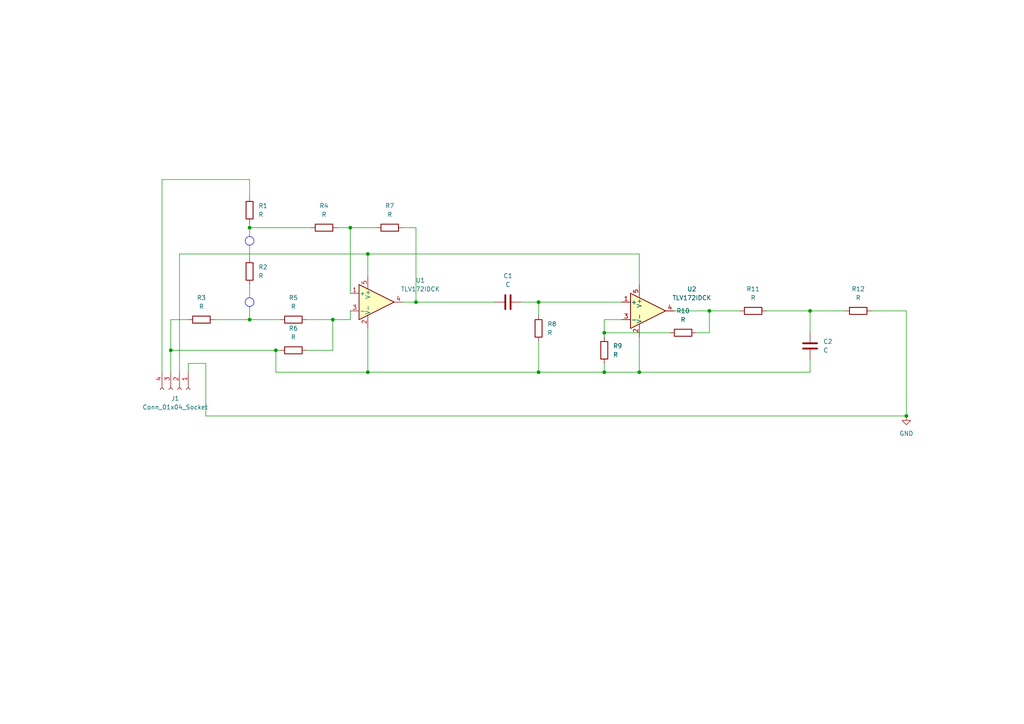
<source format=kicad_sch>
(kicad_sch (version 20231120) (generator "eeschema") (generator_version "8.0")
  (paper "A4")
  (lib_symbols
    (symbol "Amplifier_Operational:TLV172IDCK" (pin_names (offset 0.127))
      (property "Reference" "U" (at 7.62 2.54 0))
      (property "Value" "TLV172IDCK" (at 11.43 -2.54 0))
      (symbol "TLV172IDCK_0_1"
        (polyline (pts (xy -2.54 5.08) (xy -2.54 -5.08) (xy 7.62 0) (xy -2.54 5.08)) (stroke (width 0.254)) (fill (type background)))
      )
      (symbol "TLV172IDCK_1_1"
        (pin input line (at -5.08 2.54 0) (length 2.54) (name "+") (number "1"))
        (pin power_in line (at 0 -7.62 90) (length 3.81) (name "V-") (number "2"))
        (pin input line (at -5.08 -2.54 0) (length 2.54) (name "-") (number "3"))
        (pin output line (at 10.16 0 180) (length 2.54) (name "~") (number "4"))
        (pin power_in line (at 0 7.62 270) (length 3.81) (name "V+") (number "5"))
      )
    )
    (symbol "Connector:Conn_01x04_Socket" (pin_names (offset 1.016) hide)
      (property "Reference" "J" (at 0 5.08 0))
      (property "Value" "Conn_01x04_Socket" (at 0 -7.62 0))
      (symbol "Conn_01x04_Socket_1_1"
        (arc (start 0 -4.572) (mid -0.5058 -5.08) (end 0 -5.588) (stroke (width 0.1524)))
        (arc (start 0 -2.032) (mid -0.5058 -2.54) (end 0 -3.048) (stroke (width 0.1524)))
        (polyline (pts (xy -1.27 -5.08) (xy -0.508 -5.08)) (stroke (width 0.1524)))
        (polyline (pts (xy -1.27 -2.54) (xy -0.508 -2.54)) (stroke (width 0.1524)))
        (polyline (pts (xy -1.27 0) (xy -0.508 0)) (stroke (width 0.1524)))
        (polyline (pts (xy -1.27 2.54) (xy -0.508 2.54)) (stroke (width 0.1524)))
        (arc (start 0 0.508) (mid -0.5058 0) (end 0 -0.508) (stroke (width 0.1524)))
        (arc (start 0 3.048) (mid -0.5058 2.54) (end 0 2.032) (stroke (width 0.1524)))
        (pin passive line (at -5.08 2.54 0) (length 3.81) (name "Pin_1") (number "1"))
        (pin passive line (at -5.08 0 0) (length 3.81) (name "Pin_2") (number "2"))
        (pin passive line (at -5.08 -2.54 0) (length 3.81) (name "Pin_3") (number "3"))
        (pin passive line (at -5.08 -5.08 0) (length 3.81) (name "Pin_4") (number "4"))
      )
    )
    (symbol "Device:C" (pin_numbers hide) (pin_names (offset 0.254))
      (property "Reference" "C" (at 0.635 2.54 0))
      (property "Value" "C" (at 0.635 -2.54 0))
      (symbol "C_0_1"
        (polyline (pts (xy -2.032 -0.762) (xy 2.032 -0.762)) (stroke (width 0.508)))
        (polyline (pts (xy -2.032 0.762) (xy 2.032 0.762)) (stroke (width 0.508)))
      )
      (symbol "C_1_1"
        (pin passive line (at 0 3.81 270) (length 2.794) (name "~") (number "1"))
        (pin passive line (at 0 -3.81 90) (length 2.794) (name "~") (number "2"))
      )
    )
    (symbol "Device:R" (pin_numbers hide) (pin_names (offset 0))
      (property "Reference" "R" (at 2.032 0 90))
      (property "Value" "R" (at 0 0 90))
      (symbol "R_0_1"
        (rectangle (start -1.016 -2.54) (end 1.016 2.54) (stroke (width 0.254)))
      )
      (symbol "R_1_1"
        (pin passive line (at 0 3.81 270) (length 1.27) (name "~") (number "1"))
        (pin passive line (at 0 -3.81 90) (length 1.27) (name "~") (number "2"))
      )
    )
    (symbol "power:GND" (power) (pin_numbers hide) (pin_names (offset 0) hide)
      (property "Value" "GND" (at 0 -3.81 0))
      (symbol "GND_0_1"
        (polyline (pts (xy 0 0) (xy 0 -1.27) (xy 1.27 -1.27) (xy 0 -2.54) (xy -1.27 -1.27) (xy 0 -1.27)))
      )
      (symbol "GND_1_1"
        (pin power_in line (at 0 0 270) (length 0) (name "~") (number "1"))
      )
    )
  )
  (junction (at 101.6 66.04))
  (junction (at 156.21 107.95))
  (junction (at 72.39 92.71))
  (junction (at 120.65 87.63))
  (junction (at 175.26 96.52))
  (junction (at 49.53 101.6))
  (junction (at 106.68 107.95))
  (junction (at 96.52 92.71))
  (junction (at 80.01 101.6))
  (junction (at 185.42 107.95))
  (junction (at 262.89 120.65))
  (junction (at 175.26 107.95))
  (junction (at 156.21 87.63))
  (junction (at 106.68 73.66))
  (junction (at 234.95 90.17))
  (junction (at 205.74 90.17))
  (junction (at 72.39 66.04))
  (wire (pts (xy 175.26 96.52) (xy 194.31 96.52)))
  (wire (pts (xy 101.6 66.04) (xy 101.6 85.09)))
  (wire (pts (xy 234.95 90.17) (xy 245.11 90.17)))
  (wire (pts (xy 106.68 107.95) (xy 156.21 107.95)))
  (wire (pts (xy 96.52 92.71) (xy 96.52 101.6)))
  (wire (pts (xy 46.99 52.07) (xy 72.39 52.07)))
  (wire (pts (xy 101.6 66.04) (xy 109.22 66.04)))
  (wire (pts (xy 80.01 101.6) (xy 81.28 101.6)))
  (wire (pts (xy 96.52 92.71) (xy 101.6 92.71)))
  (wire (pts (xy 49.53 101.6) (xy 80.01 101.6)))
  (wire (pts (xy 156.21 87.63) (xy 180.34 87.63)))
  (wire (pts (xy 46.99 52.07) (xy 46.99 107.95)))
  (wire (pts (xy 52.07 73.66) (xy 106.68 73.66)))
  (wire (pts (xy 156.21 87.63) (xy 156.21 91.44)))
  (wire (pts (xy 120.65 66.04) (xy 120.65 87.63)))
  (wire (pts (xy 106.68 95.25) (xy 106.68 107.95)))
  (wire (pts (xy 96.52 101.6) (xy 88.9 101.6)))
  (wire (pts (xy 72.39 88.9) (xy 72.39 92.71)))
  (wire (pts (xy 49.53 107.95) (xy 49.53 101.6)))
  (wire (pts (xy 72.39 52.07) (xy 72.39 57.15)))
  (wire (pts (xy 156.21 107.95) (xy 156.21 99.06)))
  (wire (pts (xy 80.01 107.95) (xy 106.68 107.95)))
  (wire (pts (xy 262.89 90.17) (xy 262.89 120.65)))
  (wire (pts (xy 151.13 87.63) (xy 156.21 87.63)))
  (wire (pts (xy 72.39 66.04) (xy 72.39 68.58)))
  (wire (pts (xy 49.53 92.71) (xy 54.61 92.71)))
  (wire (pts (xy 175.26 92.71) (xy 175.26 96.52)))
  (wire (pts (xy 175.26 105.41) (xy 175.26 107.95)))
  (wire (pts (xy 88.9 92.71) (xy 96.52 92.71)))
  (wire (pts (xy 205.74 90.17) (xy 195.58 90.17)))
  (wire (pts (xy 234.95 90.17) (xy 234.95 96.52)))
  (wire (pts (xy 222.25 90.17) (xy 234.95 90.17)))
  (wire (pts (xy 106.68 73.66) (xy 185.42 73.66)))
  (wire (pts (xy 201.93 96.52) (xy 205.74 96.52)))
  (wire (pts (xy 185.42 107.95) (xy 175.26 107.95)))
  (wire (pts (xy 101.6 90.17) (xy 101.6 92.71)))
  (wire (pts (xy 205.74 90.17) (xy 214.63 90.17)))
  (wire (pts (xy 120.65 87.63) (xy 143.51 87.63)))
  (wire (pts (xy 185.42 97.79) (xy 185.42 107.95)))
  (wire (pts (xy 52.07 107.95) (xy 52.07 73.66)))
  (wire (pts (xy 262.89 120.65) (xy 59.69 120.65)))
  (wire (pts (xy 175.26 96.52) (xy 175.26 97.79)))
  (wire (pts (xy 234.95 107.95) (xy 234.95 104.14)))
  (wire (pts (xy 116.84 87.63) (xy 120.65 87.63)))
  (wire (pts (xy 116.84 66.04) (xy 120.65 66.04)))
  (wire (pts (xy 185.42 107.95) (xy 234.95 107.95)))
  (wire (pts (xy 54.61 105.41) (xy 54.61 107.95)))
  (wire (pts (xy 252.73 90.17) (xy 262.89 90.17)))
  (wire (pts (xy 97.79 66.04) (xy 101.6 66.04)))
  (wire (pts (xy 59.69 120.65) (xy 59.69 105.41)))
  (wire (pts (xy 106.68 73.66) (xy 106.68 80.01)))
  (wire (pts (xy 72.39 82.55) (xy 72.39 86.36)))
  (wire (pts (xy 59.69 105.41) (xy 54.61 105.41)))
  (wire (pts (xy 72.39 66.04) (xy 90.17 66.04)))
  (wire (pts (xy 175.26 107.95) (xy 156.21 107.95)))
  (wire (pts (xy 80.01 101.6) (xy 80.01 107.95)))
  (wire (pts (xy 49.53 101.6) (xy 49.53 92.71)))
  (wire (pts (xy 185.42 73.66) (xy 185.42 82.55)))
  (wire (pts (xy 180.34 92.71) (xy 175.26 92.71)))
  (wire (pts (xy 205.74 96.52) (xy 205.74 90.17)))
  (wire (pts (xy 72.39 64.77) (xy 72.39 66.04)))
  (wire (pts (xy 72.39 92.71) (xy 81.28 92.71)))
  (wire (pts (xy 62.23 92.71) (xy 72.39 92.71)))
  (wire (pts (xy 72.39 71.12) (xy 72.39 74.93)))
  (circle (center 72.39 69.85) (radius 1.27))
  (circle (center 72.39 87.63) (radius 1.27))
  (symbol (lib_id "Device:R") (at 175.26 101.6 0) (unit 1)
    (property "Reference" "R9" (at 177.8 100.3299 0) (effects (justify left)))
    (property "Value" "R" (at 177.8 102.8699 0) (effects (justify left)))
    (property "Description" "Resistor" (effects (hide yes)))
  )
  (symbol (lib_id "power:GND") (at 262.89 120.65 0) (unit 1)
    (property "Reference" "#PWR01" (effects (hide yes)))
    (property "Value" "GND" (at 262.89 125.73 0))
    (property "Description" "Power symbol creates a global label with name \"GND\" , ground" (effects (hide yes)))
  )
  (symbol (lib_id "Amplifier_Operational:TLV172IDCK") (at 185.42 90.17 0) (unit 1)
    (property "Reference" "U2" (at 200.66 83.8514 0))
    (property "Value" "TLV172IDCK" (at 200.66 86.3914 0))
    (property "Footprint" "Package_TO_SOT_SMD:SOT-353_SC-70-5" (effects (hide yes)))
    (property "Datasheet" "http://www.ti.com/lit/ds/symlink/tlv172.pdf" (effects (hide yes)))
    (property "Description" "Low-power Operational Amplifier, SOT-353" (effects (hide yes)))
  )
  (symbol (lib_id "Device:R") (at 198.12 96.52 90) (unit 1)
    (property "Reference" "R10" (at 198.12 90.17 90))
    (property "Value" "R" (at 198.12 92.71 90))
    (property "Description" "Resistor" (effects (hide yes)))
  )
  (symbol (lib_id "Device:R") (at 72.39 60.96 0) (unit 1)
    (property "Reference" "R1" (at 74.93 59.6899 0) (effects (justify left)))
    (property "Value" "R" (at 74.93 62.2299 0) (effects (justify left)))
    (property "Description" "Resistor" (effects (hide yes)))
  )
  (symbol (lib_id "Device:R") (at 113.03 66.04 90) (unit 1)
    (property "Reference" "R7" (at 113.03 59.69 90))
    (property "Value" "R" (at 113.03 62.23 90))
    (property "Description" "Resistor" (effects (hide yes)))
  )
  (symbol (lib_id "Device:R") (at 248.92 90.17 90) (unit 1)
    (property "Reference" "R12" (at 248.92 83.82 90))
    (property "Value" "R" (at 248.92 86.36 90))
    (property "Description" "Resistor" (effects (hide yes)))
  )
  (symbol (lib_id "Device:R") (at 58.42 92.71 90) (unit 1)
    (property "Reference" "R3" (at 58.42 86.36 90))
    (property "Value" "R" (at 58.42 88.9 90))
    (property "Description" "Resistor" (effects (hide yes)))
  )
  (symbol (lib_id "Device:R") (at 93.98 66.04 90) (unit 1)
    (property "Reference" "R4" (at 93.98 59.69 90))
    (property "Value" "R" (at 93.98 62.23 90))
    (property "Description" "Resistor" (effects (hide yes)))
  )
  (symbol (lib_id "Device:C") (at 147.32 87.63 90) (unit 1)
    (property "Reference" "C1" (at 147.32 80.01 90))
    (property "Value" "C" (at 147.32 82.55 90))
    (property "Description" "Unpolarized capacitor" (effects (hide yes)))
  )
  (symbol (lib_id "Device:R") (at 85.09 92.71 90) (unit 1)
    (property "Reference" "R5" (at 85.09 86.36 90))
    (property "Value" "R" (at 85.09 88.9 90))
    (property "Description" "Resistor" (effects (hide yes)))
  )
  (symbol (lib_id "Device:R") (at 156.21 95.25 0) (unit 1)
    (property "Reference" "R8" (at 158.75 93.9799 0) (effects (justify left)))
    (property "Value" "R" (at 158.75 96.5199 0) (effects (justify left)))
    (property "Description" "Resistor" (effects (hide yes)))
  )
  (symbol (lib_id "Device:R") (at 85.09 101.6 90) (unit 1)
    (property "Reference" "R6" (at 85.09 95.25 90))
    (property "Value" "R" (at 85.09 97.79 90))
    (property "Description" "Resistor" (effects (hide yes)))
  )
  (symbol (lib_id "Device:R") (at 218.44 90.17 90) (unit 1)
    (property "Reference" "R11" (at 218.44 83.82 90))
    (property "Value" "R" (at 218.44 86.36 90))
    (property "Description" "Resistor" (effects (hide yes)))
  )
  (symbol (lib_id "Device:C") (at 234.95 100.33 0) (unit 1)
    (property "Reference" "C2" (at 238.76 99.0599 0) (effects (justify left)))
    (property "Value" "C" (at 238.76 101.5999 0) (effects (justify left)))
    (property "Description" "Unpolarized capacitor" (effects (hide yes)))
  )
  (symbol (lib_id "Device:R") (at 72.39 78.74 0) (unit 1)
    (property "Reference" "R2" (at 74.93 77.4699 0) (effects (justify left)))
    (property "Value" "R" (at 74.93 80.0099 0) (effects (justify left)))
    (property "Description" "Resistor" (effects (hide yes)))
  )
  (symbol (lib_id "Connector:Conn_01x04_Socket") (at 52.07 113.03 270) (unit 1)
    (property "Reference" "J1" (at 50.8 115.57 90))
    (property "Value" "Conn_01x04_Socket" (at 50.8 118.11 90))
    (property "Description" "Generic connector, single row, 01x04, script generated" (effects (hide yes)))
  )
  (symbol (lib_id "Amplifier_Operational:TLV172IDCK") (at 106.68 87.63 0) (unit 1)
    (property "Reference" "U1" (at 121.92 81.3114 0))
    (property "Value" "TLV172IDCK" (at 121.92 83.8514 0))
    (property "Footprint" "Package_TO_SOT_SMD:SOT-353_SC-70-5" (effects (hide yes)))
    (property "Datasheet" "http://www.ti.com/lit/ds/symlink/tlv172.pdf" (effects (hide yes)))
    (property "Description" "Low-power Operational Amplifier, SOT-353" (effects (hide yes)))
  )
)
</source>
